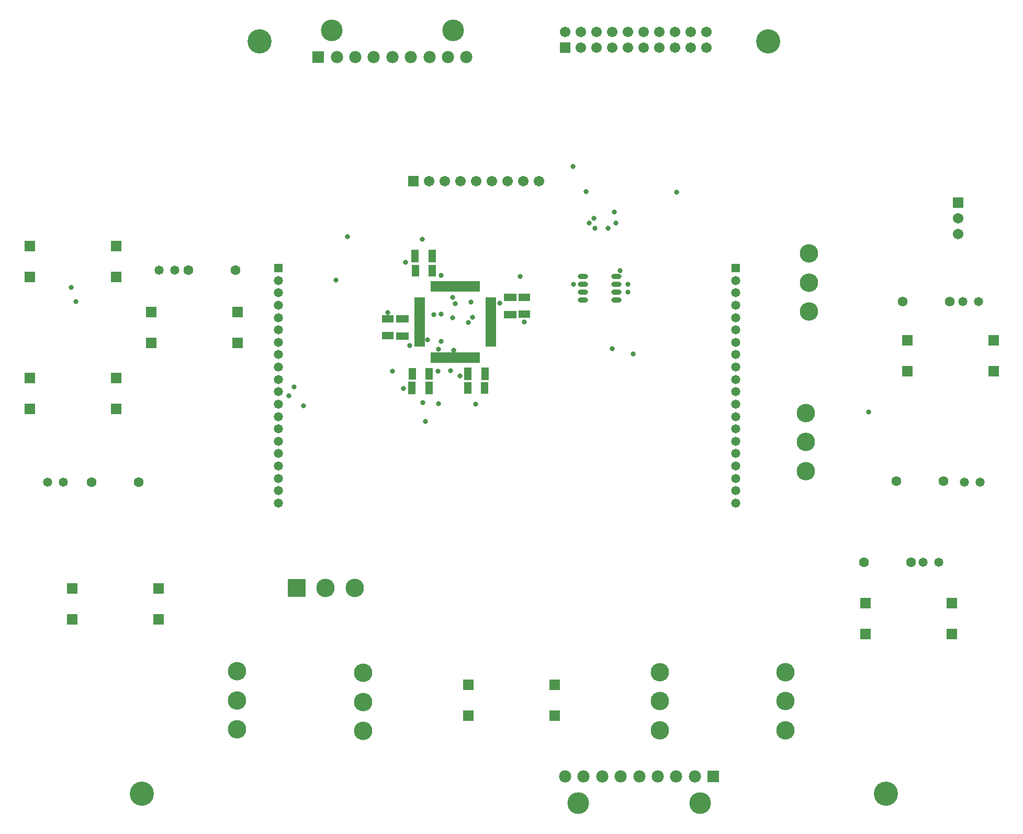
<source format=gts>
G04*
G04 #@! TF.GenerationSoftware,Altium Limited,Altium Designer,19.1.5 (86)*
G04*
G04 Layer_Color=8388736*
%FSLAX24Y24*%
%MOIN*%
G70*
G01*
G75*
%ADD29R,0.0497X0.0781*%
%ADD30R,0.0781X0.0497*%
%ADD31R,0.0482X0.0797*%
%ADD32R,0.0797X0.0482*%
%ADD33R,0.0690X0.0710*%
%ADD34R,0.0198X0.0651*%
%ADD35R,0.0651X0.0198*%
%ADD36O,0.0651X0.0316*%
%ADD37C,0.1173*%
%ADD38R,0.0671X0.0671*%
%ADD39C,0.0671*%
%ADD40R,0.1173X0.1173*%
%ADD41C,0.0580*%
%ADD42R,0.0580X0.0580*%
%ADD43R,0.0780X0.0780*%
%ADD44C,0.0780*%
%ADD45C,0.1380*%
%ADD46C,0.1540*%
%ADD47R,0.0671X0.0671*%
%ADD48C,0.0631*%
%ADD49C,0.0330*%
D29*
X23265Y28350D02*
D03*
X24335D02*
D03*
X20785Y29250D02*
D03*
X19715D02*
D03*
X20985Y35800D02*
D03*
X19915D02*
D03*
D30*
X18150Y31665D02*
D03*
Y32735D02*
D03*
X26850Y33033D02*
D03*
Y34104D02*
D03*
D31*
X23249Y29250D02*
D03*
X24351D02*
D03*
X20801Y28350D02*
D03*
X19699D02*
D03*
X21001Y36750D02*
D03*
X19899D02*
D03*
D32*
X19100Y31649D02*
D03*
Y32751D02*
D03*
X25950Y32999D02*
D03*
Y34101D02*
D03*
D33*
X23304Y9434D02*
D03*
X28796D02*
D03*
X23304Y7466D02*
D03*
X28796D02*
D03*
X3104Y33184D02*
D03*
X8596D02*
D03*
X3104Y31216D02*
D03*
X8596D02*
D03*
X3546Y13616D02*
D03*
X-1946D02*
D03*
X3546Y15584D02*
D03*
X-1946D02*
D03*
X56746Y29416D02*
D03*
X51254D02*
D03*
X56746Y31384D02*
D03*
X51254D02*
D03*
X54096Y12666D02*
D03*
X48604D02*
D03*
X54096Y14634D02*
D03*
X48604D02*
D03*
X-4646Y28984D02*
D03*
X846D02*
D03*
X-4646Y27016D02*
D03*
X846D02*
D03*
X-4646Y37384D02*
D03*
X846D02*
D03*
X-4646Y35416D02*
D03*
X846D02*
D03*
D34*
X20974Y34814D02*
D03*
X21170D02*
D03*
X21367D02*
D03*
X21564D02*
D03*
X21761D02*
D03*
X21958D02*
D03*
X22155D02*
D03*
X22352D02*
D03*
X22548D02*
D03*
X22745D02*
D03*
X22942D02*
D03*
X23139D02*
D03*
X23336D02*
D03*
X23533D02*
D03*
X23730D02*
D03*
X23926D02*
D03*
Y30286D02*
D03*
X23730D02*
D03*
X23533D02*
D03*
X23336D02*
D03*
X23139D02*
D03*
X22942D02*
D03*
X22745D02*
D03*
X22548D02*
D03*
X22352D02*
D03*
X22155D02*
D03*
X21958D02*
D03*
X21761D02*
D03*
X21564D02*
D03*
X21367D02*
D03*
X21170D02*
D03*
X20974D02*
D03*
D35*
X24714Y34026D02*
D03*
Y33830D02*
D03*
Y33633D02*
D03*
Y33436D02*
D03*
Y33239D02*
D03*
Y33042D02*
D03*
Y32845D02*
D03*
Y32648D02*
D03*
Y32452D02*
D03*
Y32255D02*
D03*
Y32058D02*
D03*
Y31861D02*
D03*
Y31664D02*
D03*
Y31467D02*
D03*
Y31270D02*
D03*
Y31074D02*
D03*
X20186D02*
D03*
Y31270D02*
D03*
Y31467D02*
D03*
Y31664D02*
D03*
Y31861D02*
D03*
Y32058D02*
D03*
Y32255D02*
D03*
Y32452D02*
D03*
Y32648D02*
D03*
Y32845D02*
D03*
Y33042D02*
D03*
Y33239D02*
D03*
Y33436D02*
D03*
Y33633D02*
D03*
Y33830D02*
D03*
Y34026D02*
D03*
D36*
X32723Y33950D02*
D03*
Y34450D02*
D03*
Y34950D02*
D03*
Y35450D02*
D03*
X30577Y33950D02*
D03*
Y34450D02*
D03*
Y34950D02*
D03*
Y35450D02*
D03*
D37*
X44800Y26750D02*
D03*
Y24900D02*
D03*
Y23050D02*
D03*
X45000Y36900D02*
D03*
Y35050D02*
D03*
Y33200D02*
D03*
X16050Y15600D02*
D03*
X14200D02*
D03*
X35500Y10251D02*
D03*
Y8400D02*
D03*
Y6550D02*
D03*
X43500Y10250D02*
D03*
Y8400D02*
D03*
Y6550D02*
D03*
X16600Y6500D02*
D03*
Y8350D02*
D03*
Y10200D02*
D03*
X8550Y6600D02*
D03*
Y8450D02*
D03*
Y10301D02*
D03*
D38*
X54500Y40150D02*
D03*
D39*
Y39150D02*
D03*
Y38150D02*
D03*
X21800Y41500D02*
D03*
X22800D02*
D03*
X23800D02*
D03*
X24800D02*
D03*
X25800D02*
D03*
X26800D02*
D03*
X27800D02*
D03*
X20800D02*
D03*
X38450Y51000D02*
D03*
X37450D02*
D03*
X36450D02*
D03*
X35450D02*
D03*
X34450D02*
D03*
X33450D02*
D03*
X32450D02*
D03*
X31450D02*
D03*
X30450D02*
D03*
X29450D02*
D03*
X38450Y50000D02*
D03*
X37450D02*
D03*
X36450D02*
D03*
X35450D02*
D03*
X34450D02*
D03*
X33450D02*
D03*
X32450D02*
D03*
X31450D02*
D03*
X30450D02*
D03*
D40*
X12350Y15600D02*
D03*
D41*
X11180Y30462D02*
D03*
Y32037D02*
D03*
Y34399D02*
D03*
Y33611D02*
D03*
Y32824D02*
D03*
Y31249D02*
D03*
Y35186D02*
D03*
Y29674D02*
D03*
Y28887D02*
D03*
Y23375D02*
D03*
Y24950D02*
D03*
Y26525D02*
D03*
Y25737D02*
D03*
Y24163D02*
D03*
Y28100D02*
D03*
Y22588D02*
D03*
Y21800D02*
D03*
Y27312D02*
D03*
Y21013D02*
D03*
X40314Y30462D02*
D03*
Y32037D02*
D03*
Y34399D02*
D03*
Y33611D02*
D03*
Y32824D02*
D03*
Y31249D02*
D03*
Y35186D02*
D03*
Y29674D02*
D03*
Y28887D02*
D03*
Y23375D02*
D03*
Y24950D02*
D03*
Y26525D02*
D03*
Y25737D02*
D03*
Y24163D02*
D03*
Y28100D02*
D03*
Y22588D02*
D03*
Y21800D02*
D03*
Y27312D02*
D03*
Y21013D02*
D03*
X53250Y17250D02*
D03*
X52250D02*
D03*
X55900Y22350D02*
D03*
X54900D02*
D03*
X55800Y33850D02*
D03*
X54800D02*
D03*
X-3500Y22350D02*
D03*
X-2500D02*
D03*
X3606Y35850D02*
D03*
X4606D02*
D03*
D42*
X11180Y35974D02*
D03*
X40314D02*
D03*
D43*
X38895Y3600D02*
D03*
X13730Y49400D02*
D03*
D44*
X37715Y3600D02*
D03*
X36535D02*
D03*
X35355D02*
D03*
X34175D02*
D03*
X32995D02*
D03*
X31815D02*
D03*
X30635D02*
D03*
X29455D02*
D03*
X14910Y49400D02*
D03*
X16090D02*
D03*
X17270D02*
D03*
X18450D02*
D03*
X19630D02*
D03*
X20810D02*
D03*
X21990D02*
D03*
X23170D02*
D03*
D45*
X38045Y1900D02*
D03*
X30285D02*
D03*
X14580Y51100D02*
D03*
X22340D02*
D03*
D46*
X2500Y2500D02*
D03*
X49900D02*
D03*
X42400Y50400D02*
D03*
X10000D02*
D03*
D47*
X19800Y41500D02*
D03*
X29450Y50000D02*
D03*
D48*
X8450Y35850D02*
D03*
X5450D02*
D03*
X48500Y17250D02*
D03*
X51500D02*
D03*
X53550Y22400D02*
D03*
X50550D02*
D03*
X-700Y22350D02*
D03*
X2300D02*
D03*
X50950Y33850D02*
D03*
X53950D02*
D03*
D49*
X22750Y29100D02*
D03*
X19300Y36350D02*
D03*
X18150Y33150D02*
D03*
X19150Y28300D02*
D03*
X26850Y32550D02*
D03*
X30000Y34950D02*
D03*
X32950Y35800D02*
D03*
X33450Y34450D02*
D03*
Y34950D02*
D03*
X23300Y32500D02*
D03*
X22450Y33700D02*
D03*
X21400Y30800D02*
D03*
X22350Y30750D02*
D03*
X12800Y27200D02*
D03*
X12200Y28400D02*
D03*
X11850Y27850D02*
D03*
X48800Y26801D02*
D03*
X-1700Y33850D02*
D03*
X-2000Y34750D02*
D03*
X32700Y38850D02*
D03*
X32600Y39550D02*
D03*
X32200Y38500D02*
D03*
X22300Y32800D02*
D03*
X20700Y31400D02*
D03*
X21550Y35500D02*
D03*
X21100Y33000D02*
D03*
X33800Y30500D02*
D03*
X25300Y33750D02*
D03*
X26600Y35450D02*
D03*
X20400Y27400D02*
D03*
X19550Y31050D02*
D03*
X22300Y34100D02*
D03*
X20350Y37800D02*
D03*
X14850Y35200D02*
D03*
X15605Y37995D02*
D03*
X21350Y29400D02*
D03*
X21400Y27350D02*
D03*
X20550Y26200D02*
D03*
X18450Y29400D02*
D03*
X21550Y31300D02*
D03*
X23750Y27300D02*
D03*
X21550Y33050D02*
D03*
X32450Y30850D02*
D03*
X23550Y32850D02*
D03*
X31000Y38850D02*
D03*
X31350Y38500D02*
D03*
X36550Y40800D02*
D03*
X30800Y40850D02*
D03*
X31300Y39150D02*
D03*
X23450Y33800D02*
D03*
X22150Y29450D02*
D03*
X29950Y42450D02*
D03*
M02*

</source>
